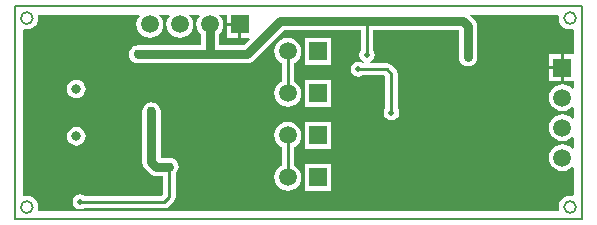
<source format=gbl>
%FSLAX25Y25*%
%MOIN*%
G70*
G01*
G75*
G04 Layer_Physical_Order=2*
G04 Layer_Color=16711680*
%ADD10R,0.02756X0.03347*%
%ADD11O,0.08661X0.02362*%
%ADD12R,0.05118X0.03937*%
%ADD13R,0.02362X0.02362*%
%ADD14R,0.03347X0.02756*%
%ADD15R,0.01800X0.01200*%
%ADD16R,0.03400X0.01200*%
%ADD17R,0.01200X0.03400*%
%ADD18R,0.10236X0.10236*%
%ADD19R,0.07480X0.05512*%
%ADD20R,0.05315X0.01654*%
%ADD21R,0.02362X0.02362*%
%ADD22C,0.01000*%
%ADD23C,0.02000*%
%ADD24C,0.03000*%
%ADD25C,0.00800*%
%ADD26R,0.11500X0.04000*%
%ADD27R,0.07000X0.01500*%
%ADD28C,0.00500*%
%ADD29R,0.05906X0.05906*%
%ADD30C,0.05906*%
%ADD31R,0.05906X0.05906*%
%ADD32C,0.03228*%
%ADD33C,0.02000*%
%ADD34C,0.03000*%
G36*
X175391Y54840D02*
X175289Y54063D01*
X175417Y53092D01*
X175791Y52188D01*
X176387Y51411D01*
X177164Y50815D01*
X178069Y50440D01*
X179039Y50312D01*
X179840Y50418D01*
X180216Y50088D01*
Y41953D01*
X177000D01*
Y37499D01*
Y33047D01*
X180216D01*
Y30750D01*
X179742Y30589D01*
X179676Y30676D01*
X178746Y31389D01*
X177662Y31838D01*
X176500Y31991D01*
X175338Y31838D01*
X174254Y31389D01*
X173324Y30676D01*
X172610Y29746D01*
X172162Y28662D01*
X172009Y27500D01*
X172162Y26338D01*
X172610Y25254D01*
X173324Y24324D01*
X174254Y23610D01*
X175338Y23162D01*
X176500Y23009D01*
X177662Y23162D01*
X178746Y23610D01*
X179676Y24324D01*
X179742Y24411D01*
X180216Y24250D01*
Y20750D01*
X179742Y20589D01*
X179676Y20676D01*
X178746Y21389D01*
X177662Y21838D01*
X176500Y21991D01*
X175338Y21838D01*
X174254Y21389D01*
X173324Y20676D01*
X172610Y19746D01*
X172162Y18662D01*
X172009Y17500D01*
X172162Y16338D01*
X172610Y15254D01*
X173324Y14324D01*
X174254Y13611D01*
X175338Y13162D01*
X176500Y13009D01*
X177662Y13162D01*
X178746Y13611D01*
X179676Y14324D01*
X179742Y14411D01*
X180216Y14250D01*
Y10750D01*
X179742Y10589D01*
X179676Y10676D01*
X178746Y11389D01*
X177662Y11838D01*
X176500Y11991D01*
X175338Y11838D01*
X174254Y11389D01*
X173324Y10676D01*
X172610Y9746D01*
X172162Y8662D01*
X172009Y7500D01*
X172162Y6338D01*
X172610Y5254D01*
X173324Y4324D01*
X174254Y3610D01*
X175338Y3162D01*
X176500Y3009D01*
X177662Y3162D01*
X178746Y3610D01*
X179676Y4324D01*
X179742Y4411D01*
X180216Y4250D01*
Y-4954D01*
X179840Y-5284D01*
X179039Y-5178D01*
X178069Y-5306D01*
X177164Y-5681D01*
X176387Y-6277D01*
X175791Y-7054D01*
X175417Y-7958D01*
X175289Y-8929D01*
X175409Y-9840D01*
X175079Y-10216D01*
X16004D01*
X15957Y-9734D01*
X15957D01*
X15955Y-9718D01*
X16775Y-9555D01*
X17248Y-9239D01*
X43800D01*
X44580Y-9084D01*
X45242Y-8642D01*
X45242Y-8642D01*
X45242Y-8642D01*
X46942Y-6942D01*
X47384Y-6280D01*
X47539Y-5500D01*
X47539Y-5500D01*
X47539Y-5500D01*
Y-5500D01*
Y2283D01*
X47640Y2360D01*
X48120Y2987D01*
X48423Y3717D01*
X48526Y4500D01*
X48423Y5283D01*
X48120Y6013D01*
X47640Y6640D01*
X47013Y7120D01*
X46283Y7423D01*
X45500Y7526D01*
X42526D01*
Y23000D01*
X42423Y23783D01*
X42121Y24513D01*
X41640Y25140D01*
X41013Y25620D01*
X40283Y25923D01*
X39500Y26026D01*
X38717Y25923D01*
X37987Y25620D01*
X37360Y25140D01*
X36880Y24513D01*
X36577Y23783D01*
X36474Y23000D01*
Y6000D01*
X36577Y5217D01*
X36791Y4701D01*
X36880Y4487D01*
X37360Y3860D01*
X38860Y2360D01*
X39487Y1880D01*
X39701Y1791D01*
X40217Y1577D01*
X41000Y1474D01*
X43461D01*
Y-4655D01*
X42955Y-5161D01*
X17248D01*
X16775Y-4845D01*
X15800Y-4651D01*
X14825Y-4845D01*
X13998Y-5398D01*
X13445Y-6225D01*
X13251Y-7200D01*
X13445Y-8175D01*
X13998Y-9002D01*
X14825Y-9555D01*
X15645Y-9718D01*
X15612Y-10050D01*
X15446Y-10216D01*
X1897D01*
X1568Y-9840D01*
X1688Y-8929D01*
X1560Y-7958D01*
X1185Y-7054D01*
X589Y-6277D01*
X-188Y-5681D01*
X-1092Y-5306D01*
X-2063Y-5178D01*
X-2840Y-5281D01*
X-3216Y-4951D01*
Y50085D01*
X-2840Y50415D01*
X-2063Y50312D01*
X-1092Y50440D01*
X-188Y50815D01*
X589Y51411D01*
X1185Y52188D01*
X1560Y53092D01*
X1688Y54063D01*
X1560Y55034D01*
X1681Y55216D01*
X35290D01*
X35511Y54767D01*
X35111Y54246D01*
X34662Y53162D01*
X34509Y52000D01*
X34662Y50838D01*
X35111Y49754D01*
X35824Y48824D01*
X36754Y48110D01*
X37838Y47662D01*
X39000Y47509D01*
X40162Y47662D01*
X41246Y48110D01*
X42176Y48824D01*
X42889Y49754D01*
X43338Y50838D01*
X43491Y52000D01*
X43338Y53162D01*
X42889Y54246D01*
X42176Y55176D01*
X42189Y55216D01*
X45290D01*
X45511Y54767D01*
X45110Y54246D01*
X44662Y53162D01*
X44509Y52000D01*
X44662Y50838D01*
X45110Y49754D01*
X45824Y48824D01*
X46754Y48110D01*
X47838Y47662D01*
X49000Y47509D01*
X50162Y47662D01*
X51246Y48110D01*
X52176Y48824D01*
X52890Y49754D01*
X53338Y50838D01*
X53491Y52000D01*
X53338Y53162D01*
X52890Y54246D01*
X52176Y55176D01*
X52189Y55216D01*
X55290D01*
X55511Y54767D01*
X55111Y54246D01*
X54662Y53162D01*
X54509Y52000D01*
X54662Y50838D01*
X55111Y49754D01*
X55824Y48824D01*
X55974Y48709D01*
Y45026D01*
X35000D01*
X34217Y44923D01*
X33487Y44620D01*
X32860Y44140D01*
X32379Y43513D01*
X32077Y42783D01*
X31974Y42000D01*
X32077Y41217D01*
X32379Y40487D01*
X32860Y39860D01*
X33487Y39380D01*
X34217Y39077D01*
X35000Y38974D01*
X71500D01*
X72283Y39077D01*
X72799Y39291D01*
X73013Y39380D01*
X73640Y39860D01*
X83753Y49974D01*
X109261D01*
Y43348D01*
X108945Y42875D01*
X108751Y41900D01*
X108945Y40925D01*
X109498Y40098D01*
X110325Y39545D01*
X110366Y39537D01*
X110342Y39292D01*
X109890Y39078D01*
X109476Y39355D01*
X108500Y39549D01*
X107525Y39355D01*
X106698Y38802D01*
X106145Y37975D01*
X105951Y37000D01*
X106145Y36024D01*
X106698Y35198D01*
X107525Y34645D01*
X108500Y34451D01*
X109476Y34645D01*
X109948Y34961D01*
X117155D01*
X117461Y34655D01*
Y23948D01*
X117145Y23475D01*
X116951Y22500D01*
X117145Y21524D01*
X117698Y20698D01*
X118525Y20145D01*
X119500Y19951D01*
X120475Y20145D01*
X121302Y20698D01*
X121855Y21524D01*
X122049Y22500D01*
X121855Y23475D01*
X121539Y23948D01*
Y35500D01*
X121384Y36280D01*
X120942Y36942D01*
X119442Y38442D01*
X118780Y38884D01*
X118000Y39039D01*
X112283D01*
X112234Y39537D01*
X112276Y39545D01*
X113102Y40098D01*
X113655Y40925D01*
X113849Y41900D01*
X113655Y42875D01*
X113339Y43348D01*
Y49974D01*
X141974D01*
Y41000D01*
X141974Y41000D01*
X141974D01*
X142077Y40217D01*
X142379Y39487D01*
X142860Y38860D01*
X143487Y38379D01*
X144217Y38077D01*
X145000Y37974D01*
X145783Y38077D01*
X146513Y38379D01*
X147140Y38860D01*
X147620Y39487D01*
X147923Y40217D01*
X148026Y41000D01*
Y51500D01*
X147923Y52283D01*
X147709Y52799D01*
X147620Y53013D01*
X147140Y53640D01*
X145640Y55140D01*
X145666Y55216D01*
X175061D01*
X175391Y54840D01*
D02*
G37*
G36*
X64547Y52500D02*
X69001D01*
Y52001D01*
X69500D01*
Y47547D01*
X72115D01*
X72306Y47085D01*
X70247Y45026D01*
X62026D01*
Y48709D01*
X62176Y48824D01*
X62889Y49754D01*
X63338Y50838D01*
X63491Y52000D01*
X63338Y53162D01*
X62889Y54246D01*
X62176Y55176D01*
X62189Y55216D01*
X64547D01*
Y52500D01*
D02*
G37*
%LPC*%
G36*
X85000Y47491D02*
X83838Y47338D01*
X82754Y46889D01*
X81824Y46176D01*
X81111Y45246D01*
X80662Y44162D01*
X80509Y43000D01*
X80662Y41838D01*
X81111Y40754D01*
X81824Y39824D01*
X82754Y39110D01*
X82961Y39025D01*
Y32975D01*
X82754Y32890D01*
X81824Y32176D01*
X81111Y31246D01*
X80662Y30162D01*
X80509Y29000D01*
X80662Y27838D01*
X81111Y26754D01*
X81824Y25824D01*
X82754Y25111D01*
X83838Y24662D01*
X85000Y24509D01*
X86162Y24662D01*
X87246Y25111D01*
X88176Y25824D01*
X88889Y26754D01*
X89338Y27838D01*
X89491Y29000D01*
X89338Y30162D01*
X88889Y31246D01*
X88176Y32176D01*
X87246Y32890D01*
X87039Y32975D01*
Y39025D01*
X87246Y39110D01*
X88176Y39824D01*
X88889Y40754D01*
X89338Y41838D01*
X89491Y43000D01*
X89338Y44162D01*
X88889Y45246D01*
X88176Y46176D01*
X87246Y46889D01*
X86162Y47338D01*
X85000Y47491D01*
D02*
G37*
G36*
X14433Y17834D02*
X13620Y17727D01*
X12863Y17413D01*
X12212Y16914D01*
X11713Y16263D01*
X11399Y15506D01*
X11292Y14693D01*
X11399Y13880D01*
X11713Y13122D01*
X12212Y12472D01*
X12863Y11973D01*
X13620Y11659D01*
X14433Y11552D01*
X15246Y11659D01*
X16004Y11973D01*
X16654Y12472D01*
X17153Y13122D01*
X17467Y13880D01*
X17574Y14693D01*
X17467Y15506D01*
X17153Y16263D01*
X16654Y16914D01*
X16004Y17413D01*
X15246Y17727D01*
X14433Y17834D01*
D02*
G37*
G36*
X85000Y19491D02*
X83838Y19338D01*
X82754Y18890D01*
X81824Y18176D01*
X81111Y17246D01*
X80662Y16162D01*
X80509Y15000D01*
X80662Y13838D01*
X81111Y12754D01*
X81824Y11824D01*
X82754Y11111D01*
X82961Y11025D01*
Y4975D01*
X82754Y4890D01*
X81824Y4176D01*
X81111Y3246D01*
X80662Y2162D01*
X80509Y1000D01*
X80662Y-162D01*
X81111Y-1246D01*
X81824Y-2176D01*
X82754Y-2889D01*
X83838Y-3338D01*
X85000Y-3491D01*
X86162Y-3338D01*
X87246Y-2889D01*
X88176Y-2176D01*
X88889Y-1246D01*
X89338Y-162D01*
X89491Y1000D01*
X89338Y2162D01*
X88889Y3246D01*
X88176Y4176D01*
X87246Y4890D01*
X87039Y4975D01*
Y11025D01*
X87246Y11111D01*
X88176Y11824D01*
X88889Y12754D01*
X89338Y13838D01*
X89491Y15000D01*
X89338Y16162D01*
X88889Y17246D01*
X88176Y18176D01*
X87246Y18890D01*
X86162Y19338D01*
X85000Y19491D01*
D02*
G37*
G36*
X99453Y5453D02*
X90547D01*
Y-3453D01*
X99453D01*
Y5453D01*
D02*
G37*
G36*
Y19453D02*
X90547D01*
Y10547D01*
X99453D01*
Y19453D01*
D02*
G37*
G36*
Y33453D02*
X90547D01*
Y24547D01*
X99453D01*
Y33453D01*
D02*
G37*
G36*
Y47453D02*
X90547D01*
Y38547D01*
X99453D01*
Y47453D01*
D02*
G37*
G36*
X68500Y51500D02*
X64547D01*
Y47547D01*
X68500D01*
Y51500D01*
D02*
G37*
G36*
X176000Y41953D02*
X172047D01*
Y38000D01*
X176000D01*
Y41953D01*
D02*
G37*
G36*
X14433Y33582D02*
X13620Y33475D01*
X12863Y33161D01*
X12212Y32662D01*
X11713Y32012D01*
X11399Y31254D01*
X11292Y30441D01*
X11399Y29628D01*
X11713Y28870D01*
X12212Y28220D01*
X12863Y27721D01*
X13620Y27407D01*
X14433Y27300D01*
X15246Y27407D01*
X16004Y27721D01*
X16654Y28220D01*
X17153Y28870D01*
X17467Y29628D01*
X17574Y30441D01*
X17467Y31254D01*
X17153Y32012D01*
X16654Y32662D01*
X16004Y33161D01*
X15246Y33475D01*
X14433Y33582D01*
D02*
G37*
G36*
X176000Y37000D02*
X172047D01*
Y33047D01*
X176000D01*
Y37000D01*
D02*
G37*
%LPD*%
D22*
X108500D02*
X118000D01*
X119500Y35500D01*
Y22000D02*
Y35500D01*
X85000Y1000D02*
Y15000D01*
Y29000D02*
Y43000D01*
X15800Y-7200D02*
X43800D01*
X45500Y-5500D01*
Y4500D01*
X111300Y41900D02*
Y53000D01*
D24*
X41000Y4500D02*
X45500D01*
X39500Y6000D02*
X41000Y4500D01*
X39500Y6000D02*
Y23000D01*
X59000Y42000D02*
Y52000D01*
Y42000D02*
X71500D01*
X35000D02*
X59000D01*
X145000Y41000D02*
Y51500D01*
X143500Y53000D02*
X145000Y51500D01*
X71500Y42000D02*
X82500Y53000D01*
X111300D01*
X143500D01*
D28*
X181008Y54063D02*
G03*
X181008Y54063I-1969J0D01*
G01*
Y-8929D02*
G03*
X181008Y-8929I-1969J0D01*
G01*
X-94D02*
G03*
X-94Y-8929I-1969J0D01*
G01*
Y54063D02*
G03*
X-94Y54063I-1969J0D01*
G01*
X-6000Y-12866D02*
X182976D01*
Y58000D01*
X-6000D02*
X182976D01*
X-6000Y-12866D02*
Y58000D01*
D29*
X176500Y37500D02*
D03*
D30*
Y27500D02*
D03*
Y17500D02*
D03*
Y7500D02*
D03*
X85000Y1000D02*
D03*
Y15000D02*
D03*
Y29000D02*
D03*
Y43000D02*
D03*
X39000Y52000D02*
D03*
X49000D02*
D03*
X59000D02*
D03*
D31*
X95000Y1000D02*
D03*
Y15000D02*
D03*
Y29000D02*
D03*
Y43000D02*
D03*
X69000Y52000D02*
D03*
D32*
X14433Y14693D02*
D03*
Y30441D02*
D03*
D33*
X108500Y37000D02*
D03*
X119500Y22500D02*
D03*
D03*
X108500Y37000D02*
D03*
X15800Y-7200D02*
D03*
X111300Y41900D02*
D03*
X26870Y23900D02*
D03*
D03*
D34*
X35000Y42000D02*
D03*
X145000Y41000D02*
D03*
X39500Y23000D02*
D03*
X45500Y4500D02*
D03*
X52500Y31000D02*
D03*
X33500Y29500D02*
D03*
X44000D02*
D03*
X118500Y2000D02*
D03*
X135000Y-2000D02*
D03*
X135500Y6500D02*
D03*
Y16500D02*
D03*
Y25000D02*
D03*
X111500Y22500D02*
D03*
X78500Y22000D02*
D03*
X70500Y28100D02*
D03*
X170000Y46500D02*
D03*
X118000Y-4000D02*
D03*
X177000Y-2500D02*
D03*
X162500Y-3000D02*
D03*
X168000Y6500D02*
D03*
X161000Y48500D02*
D03*
X167500Y52000D02*
D03*
X105500Y47000D02*
D03*
X58500Y17000D02*
D03*
X74500Y5000D02*
D03*
X87500Y-8500D02*
D03*
X76500D02*
D03*
X64500D02*
D03*
X52500D02*
D03*
X0Y0D02*
D03*
X4000Y27000D02*
D03*
X3500Y19500D02*
D03*
X31500Y11000D02*
D03*
X18500Y4000D02*
D03*
X24000Y9500D02*
D03*
X24500Y16500D02*
D03*
X21500Y40500D02*
D03*
X15500Y45000D02*
D03*
X7500D02*
D03*
X3500Y-8100D02*
D03*
X126500Y48600D02*
D03*
X122200Y39000D02*
D03*
X162600Y40700D02*
D03*
X154200Y52200D02*
D03*
M02*

</source>
